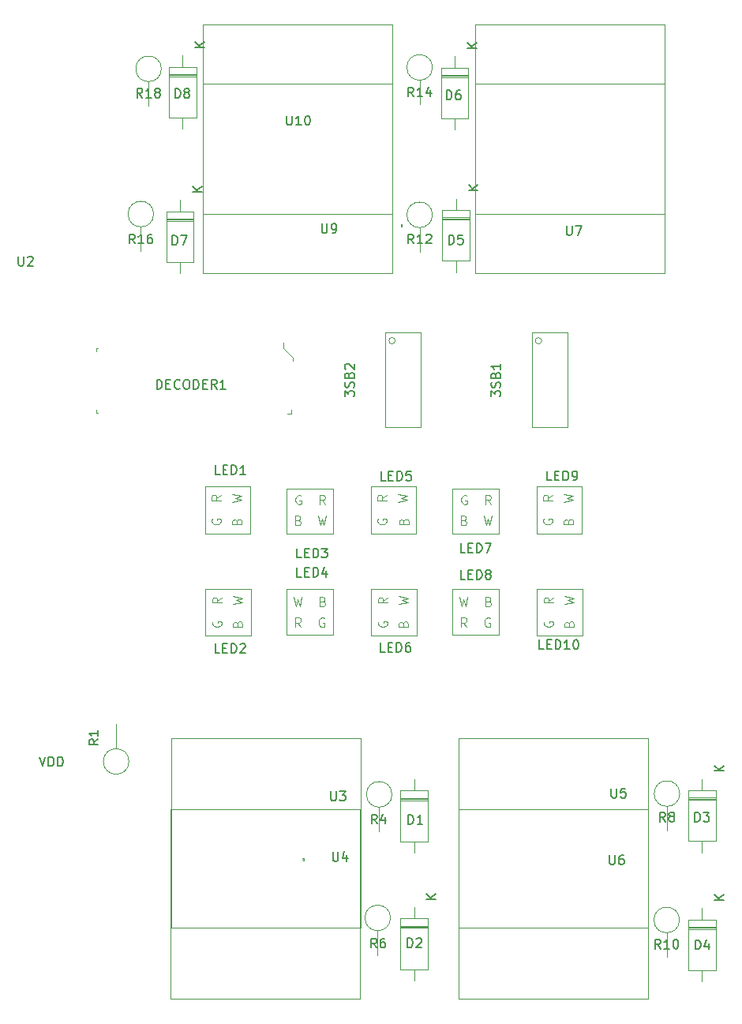
<source format=gbr>
%TF.GenerationSoftware,KiCad,Pcbnew,(5.1.7)-1*%
%TF.CreationDate,2021-02-06T18:02:14-06:00*%
%TF.ProjectId,SLEDBoard,534c4544-426f-4617-9264-2e6b69636164,v01*%
%TF.SameCoordinates,Original*%
%TF.FileFunction,Legend,Top*%
%TF.FilePolarity,Positive*%
%FSLAX46Y46*%
G04 Gerber Fmt 4.6, Leading zero omitted, Abs format (unit mm)*
G04 Created by KiCad (PCBNEW (5.1.7)-1) date 2021-02-06 18:02:14*
%MOMM*%
%LPD*%
G01*
G04 APERTURE LIST*
%ADD10C,0.025400*%
%ADD11C,0.120000*%
%ADD12C,0.100000*%
%ADD13C,0.150000*%
G04 APERTURE END LIST*
D10*
X75224666Y-89009095D02*
X75067428Y-89009095D01*
X75152095Y-88912333D01*
X75115809Y-88912333D01*
X75091619Y-88900238D01*
X75079523Y-88888142D01*
X75067428Y-88863952D01*
X75067428Y-88803476D01*
X75079523Y-88779285D01*
X75091619Y-88767190D01*
X75115809Y-88755095D01*
X75188380Y-88755095D01*
X75212571Y-88767190D01*
X75224666Y-88779285D01*
X64540333Y-156660904D02*
X64697571Y-156660904D01*
X64612904Y-156757666D01*
X64649190Y-156757666D01*
X64673380Y-156769761D01*
X64685476Y-156781857D01*
X64697571Y-156806047D01*
X64697571Y-156866523D01*
X64685476Y-156890714D01*
X64673380Y-156902809D01*
X64649190Y-156914904D01*
X64576619Y-156914904D01*
X64552428Y-156902809D01*
X64540333Y-156890714D01*
D11*
%TO.C,R18*%
X48025000Y-73420000D02*
X48025000Y-76030000D01*
X49395000Y-72050000D02*
G75*
G03*
X49395000Y-72050000I-1370000J0D01*
G01*
%TO.C,R16*%
X47200000Y-88995000D02*
X47200000Y-91605000D01*
X48570000Y-87625000D02*
G75*
G03*
X48570000Y-87625000I-1370000J0D01*
G01*
%TO.C,R14*%
X77100000Y-73270000D02*
X77100000Y-75880000D01*
X78470000Y-71900000D02*
G75*
G03*
X78470000Y-71900000I-1370000J0D01*
G01*
%TO.C,R12*%
X77100000Y-89070000D02*
X77100000Y-91680000D01*
X78470000Y-87700000D02*
G75*
G03*
X78470000Y-87700000I-1370000J0D01*
G01*
%TO.C,R10*%
X103600000Y-164695000D02*
X103600000Y-167305000D01*
X104970000Y-163325000D02*
G75*
G03*
X104970000Y-163325000I-1370000J0D01*
G01*
%TO.C,R8*%
X103625000Y-151145000D02*
X103625000Y-153755000D01*
X104995000Y-149775000D02*
G75*
G03*
X104995000Y-149775000I-1370000J0D01*
G01*
%TO.C,R6*%
X72600000Y-164470000D02*
X72600000Y-167080000D01*
X73970000Y-163100000D02*
G75*
G03*
X73970000Y-163100000I-1370000J0D01*
G01*
%TO.C,R4*%
X72759400Y-151224000D02*
X72759400Y-153834000D01*
X74129400Y-149854000D02*
G75*
G03*
X74129400Y-149854000I-1370000J0D01*
G01*
%TO.C,D8*%
X53145000Y-72615000D02*
X50205000Y-72615000D01*
X53145000Y-72855000D02*
X50205000Y-72855000D01*
X53145000Y-72735000D02*
X50205000Y-72735000D01*
X51675000Y-78495000D02*
X51675000Y-77275000D01*
X51675000Y-70615000D02*
X51675000Y-71835000D01*
X53145000Y-77275000D02*
X53145000Y-71835000D01*
X50205000Y-77275000D02*
X53145000Y-77275000D01*
X50205000Y-71835000D02*
X50205000Y-77275000D01*
X53145000Y-71835000D02*
X50205000Y-71835000D01*
%TO.C,D7*%
X52870000Y-88115000D02*
X49930000Y-88115000D01*
X52870000Y-88355000D02*
X49930000Y-88355000D01*
X52870000Y-88235000D02*
X49930000Y-88235000D01*
X51400000Y-93995000D02*
X51400000Y-92775000D01*
X51400000Y-86115000D02*
X51400000Y-87335000D01*
X52870000Y-92775000D02*
X52870000Y-87335000D01*
X49930000Y-92775000D02*
X52870000Y-92775000D01*
X49930000Y-87335000D02*
X49930000Y-92775000D01*
X52870000Y-87335000D02*
X49930000Y-87335000D01*
%TO.C,D6*%
X82320000Y-72690000D02*
X79380000Y-72690000D01*
X82320000Y-72930000D02*
X79380000Y-72930000D01*
X82320000Y-72810000D02*
X79380000Y-72810000D01*
X80850000Y-78570000D02*
X80850000Y-77350000D01*
X80850000Y-70690000D02*
X80850000Y-71910000D01*
X82320000Y-77350000D02*
X82320000Y-71910000D01*
X79380000Y-77350000D02*
X82320000Y-77350000D01*
X79380000Y-71910000D02*
X79380000Y-77350000D01*
X82320000Y-71910000D02*
X79380000Y-71910000D01*
%TO.C,D5*%
X82470000Y-87965000D02*
X79530000Y-87965000D01*
X82470000Y-88205000D02*
X79530000Y-88205000D01*
X82470000Y-88085000D02*
X79530000Y-88085000D01*
X81000000Y-93845000D02*
X81000000Y-92625000D01*
X81000000Y-85965000D02*
X81000000Y-87185000D01*
X82470000Y-92625000D02*
X82470000Y-87185000D01*
X79530000Y-92625000D02*
X82470000Y-92625000D01*
X79530000Y-87185000D02*
X79530000Y-92625000D01*
X82470000Y-87185000D02*
X79530000Y-87185000D01*
%TO.C,D4*%
X108845000Y-164065000D02*
X105905000Y-164065000D01*
X108845000Y-164305000D02*
X105905000Y-164305000D01*
X108845000Y-164185000D02*
X105905000Y-164185000D01*
X107375000Y-169945000D02*
X107375000Y-168725000D01*
X107375000Y-162065000D02*
X107375000Y-163285000D01*
X108845000Y-168725000D02*
X108845000Y-163285000D01*
X105905000Y-168725000D02*
X108845000Y-168725000D01*
X105905000Y-163285000D02*
X105905000Y-168725000D01*
X108845000Y-163285000D02*
X105905000Y-163285000D01*
%TO.C,D3*%
X108870000Y-150215000D02*
X105930000Y-150215000D01*
X108870000Y-150455000D02*
X105930000Y-150455000D01*
X108870000Y-150335000D02*
X105930000Y-150335000D01*
X107400000Y-156095000D02*
X107400000Y-154875000D01*
X107400000Y-148215000D02*
X107400000Y-149435000D01*
X108870000Y-154875000D02*
X108870000Y-149435000D01*
X105930000Y-154875000D02*
X108870000Y-154875000D01*
X105930000Y-149435000D02*
X105930000Y-154875000D01*
X108870000Y-149435000D02*
X105930000Y-149435000D01*
%TO.C,D2*%
X77970000Y-163940000D02*
X75030000Y-163940000D01*
X77970000Y-164180000D02*
X75030000Y-164180000D01*
X77970000Y-164060000D02*
X75030000Y-164060000D01*
X76500000Y-169820000D02*
X76500000Y-168600000D01*
X76500000Y-161940000D02*
X76500000Y-163160000D01*
X77970000Y-168600000D02*
X77970000Y-163160000D01*
X75030000Y-168600000D02*
X77970000Y-168600000D01*
X75030000Y-163160000D02*
X75030000Y-168600000D01*
X77970000Y-163160000D02*
X75030000Y-163160000D01*
%TO.C,D1*%
X77970000Y-149460000D02*
X75030000Y-149460000D01*
X75030000Y-149460000D02*
X75030000Y-154900000D01*
X75030000Y-154900000D02*
X77970000Y-154900000D01*
X77970000Y-154900000D02*
X77970000Y-149460000D01*
X76500000Y-148240000D02*
X76500000Y-149460000D01*
X76500000Y-156120000D02*
X76500000Y-154900000D01*
X77970000Y-150360000D02*
X75030000Y-150360000D01*
X77970000Y-150480000D02*
X75030000Y-150480000D01*
X77970000Y-150240000D02*
X75030000Y-150240000D01*
%TO.C,U10*%
X53875000Y-87640000D02*
X53875000Y-67320000D01*
X53875000Y-67320000D02*
X74195000Y-67320000D01*
X74195000Y-67320000D02*
X74195000Y-87640000D01*
X74195000Y-87640000D02*
X53875000Y-87640000D01*
%TO.C,U9*%
X53875000Y-93990000D02*
X53875000Y-73670000D01*
X53875000Y-73670000D02*
X74195000Y-73670000D01*
X74195000Y-73670000D02*
X74195000Y-93990000D01*
X74195000Y-93990000D02*
X53875000Y-93990000D01*
%TO.C,U8*%
X83085000Y-87640000D02*
X83085000Y-67320000D01*
X83085000Y-67320000D02*
X103405000Y-67320000D01*
X103405000Y-67320000D02*
X103405000Y-87640000D01*
X103405000Y-87640000D02*
X83085000Y-87640000D01*
%TO.C,U7*%
X83085000Y-93990000D02*
X83085000Y-73670000D01*
X83085000Y-73670000D02*
X103405000Y-73670000D01*
X103405000Y-73670000D02*
X103405000Y-93990000D01*
X103405000Y-93990000D02*
X83085000Y-93990000D01*
%TO.C,U6*%
X101580000Y-151485000D02*
X101580000Y-171805000D01*
X101580000Y-171805000D02*
X81260000Y-171805000D01*
X81260000Y-171805000D02*
X81260000Y-151485000D01*
X81260000Y-151485000D02*
X101580000Y-151485000D01*
%TO.C,U5*%
X101580000Y-143865000D02*
X101580000Y-164185000D01*
X101580000Y-164185000D02*
X81260000Y-164185000D01*
X81260000Y-164185000D02*
X81260000Y-143865000D01*
X81260000Y-143865000D02*
X101580000Y-143865000D01*
%TO.C,U4*%
X70740000Y-151485000D02*
X70740000Y-171805000D01*
X70740000Y-171805000D02*
X50420000Y-171805000D01*
X50420000Y-171805000D02*
X50420000Y-151485000D01*
X50420000Y-151485000D02*
X70740000Y-151485000D01*
%TO.C,U3*%
X70765000Y-143865000D02*
X70765000Y-164185000D01*
X70765000Y-164185000D02*
X50445000Y-164185000D01*
X50445000Y-164185000D02*
X50445000Y-143865000D01*
X50445000Y-143865000D02*
X70765000Y-143865000D01*
%TO.C,3SB1*%
X92940200Y-100340000D02*
X92940200Y-110500000D01*
X92940200Y-110500000D02*
X89130200Y-110500000D01*
X89130200Y-110500000D02*
X89130200Y-100340000D01*
X89130200Y-100340000D02*
X92940200Y-100340000D01*
X90182177Y-101203600D02*
G75*
G03*
X90182177Y-101203600I-340777J0D01*
G01*
%TO.C,3SB2*%
X77243000Y-100340000D02*
X77243000Y-110500000D01*
X77243000Y-110500000D02*
X73433000Y-110500000D01*
X73433000Y-110500000D02*
X73433000Y-100340000D01*
X73433000Y-100340000D02*
X77243000Y-100340000D01*
X74484977Y-101203600D02*
G75*
G03*
X74484977Y-101203600I-340777J0D01*
G01*
D12*
%TO.C,DECODER1*%
X63327200Y-109017000D02*
X63327200Y-108617000D01*
X62927200Y-109017000D02*
X63327200Y-109017000D01*
X63517200Y-103037000D02*
X62517200Y-102037000D01*
X63517200Y-103337000D02*
X63517200Y-103037000D01*
X62517200Y-102037000D02*
X62517200Y-101667000D01*
X62517200Y-101657000D02*
X62517200Y-101407000D01*
X42417200Y-108937000D02*
X42617200Y-108937000D01*
X42417200Y-108637000D02*
X42417200Y-108937000D01*
X42417200Y-102037000D02*
X42417200Y-102337000D01*
X42617200Y-102037000D02*
X42417200Y-102037000D01*
D11*
%TO.C,LED1*%
X58955000Y-116850000D02*
X58955000Y-121866500D01*
X58955000Y-121866500D02*
X54065500Y-121866500D01*
X54065500Y-121866500D02*
X54065500Y-116850000D01*
X54065500Y-116850000D02*
X58955000Y-116850000D01*
%TO.C,LED2*%
X59030000Y-127835000D02*
X59030000Y-132851500D01*
X59030000Y-132851500D02*
X54140500Y-132851500D01*
X54140500Y-132851500D02*
X54140500Y-127835000D01*
X54140500Y-127835000D02*
X59030000Y-127835000D01*
%TO.C,LED3*%
X67845000Y-121930000D02*
X62828500Y-121930000D01*
X62828500Y-121930000D02*
X62828500Y-117040500D01*
X62828500Y-117040500D02*
X67845000Y-117040500D01*
X67845000Y-117040500D02*
X67845000Y-121930000D01*
%TO.C,LED4*%
X62840000Y-127835000D02*
X67856500Y-127835000D01*
X67856500Y-127835000D02*
X67856500Y-132724500D01*
X67856500Y-132724500D02*
X62840000Y-132724500D01*
X62840000Y-132724500D02*
X62840000Y-127835000D01*
%TO.C,LED5*%
X76735000Y-116850000D02*
X76735000Y-121866500D01*
X76735000Y-121866500D02*
X71845500Y-121866500D01*
X71845500Y-121866500D02*
X71845500Y-116850000D01*
X71845500Y-116850000D02*
X76735000Y-116850000D01*
%TO.C,LED6*%
X76810000Y-127835000D02*
X76810000Y-132851500D01*
X76810000Y-132851500D02*
X71920500Y-132851500D01*
X71920500Y-132851500D02*
X71920500Y-127835000D01*
X71920500Y-127835000D02*
X76810000Y-127835000D01*
%TO.C,LED7*%
X85625000Y-121930000D02*
X80608500Y-121930000D01*
X80608500Y-121930000D02*
X80608500Y-117040500D01*
X80608500Y-117040500D02*
X85625000Y-117040500D01*
X85625000Y-117040500D02*
X85625000Y-121930000D01*
%TO.C,LED8*%
X80620000Y-127835000D02*
X85636500Y-127835000D01*
X85636500Y-127835000D02*
X85636500Y-132724500D01*
X85636500Y-132724500D02*
X80620000Y-132724500D01*
X80620000Y-132724500D02*
X80620000Y-127835000D01*
%TO.C,LED9*%
X94515000Y-116850000D02*
X94515000Y-121866500D01*
X94515000Y-121866500D02*
X89625500Y-121866500D01*
X89625500Y-121866500D02*
X89625500Y-116850000D01*
X89625500Y-116850000D02*
X94515000Y-116850000D01*
%TO.C,LED10*%
X94590000Y-127835000D02*
X94590000Y-132851500D01*
X94590000Y-132851500D02*
X89700500Y-132851500D01*
X89700500Y-132851500D02*
X89700500Y-127835000D01*
X89700500Y-127835000D02*
X94590000Y-127835000D01*
%TO.C,R1*%
X45920000Y-146325000D02*
G75*
G03*
X45920000Y-146325000I-1370000J0D01*
G01*
X44550000Y-144955000D02*
X44550000Y-142345000D01*
%TO.C,R18*%
D13*
X47357142Y-75127380D02*
X47023809Y-74651190D01*
X46785714Y-75127380D02*
X46785714Y-74127380D01*
X47166666Y-74127380D01*
X47261904Y-74175000D01*
X47309523Y-74222619D01*
X47357142Y-74317857D01*
X47357142Y-74460714D01*
X47309523Y-74555952D01*
X47261904Y-74603571D01*
X47166666Y-74651190D01*
X46785714Y-74651190D01*
X48309523Y-75127380D02*
X47738095Y-75127380D01*
X48023809Y-75127380D02*
X48023809Y-74127380D01*
X47928571Y-74270238D01*
X47833333Y-74365476D01*
X47738095Y-74413095D01*
X48880952Y-74555952D02*
X48785714Y-74508333D01*
X48738095Y-74460714D01*
X48690476Y-74365476D01*
X48690476Y-74317857D01*
X48738095Y-74222619D01*
X48785714Y-74175000D01*
X48880952Y-74127380D01*
X49071428Y-74127380D01*
X49166666Y-74175000D01*
X49214285Y-74222619D01*
X49261904Y-74317857D01*
X49261904Y-74365476D01*
X49214285Y-74460714D01*
X49166666Y-74508333D01*
X49071428Y-74555952D01*
X48880952Y-74555952D01*
X48785714Y-74603571D01*
X48738095Y-74651190D01*
X48690476Y-74746428D01*
X48690476Y-74936904D01*
X48738095Y-75032142D01*
X48785714Y-75079761D01*
X48880952Y-75127380D01*
X49071428Y-75127380D01*
X49166666Y-75079761D01*
X49214285Y-75032142D01*
X49261904Y-74936904D01*
X49261904Y-74746428D01*
X49214285Y-74651190D01*
X49166666Y-74603571D01*
X49071428Y-74555952D01*
%TO.C,R16*%
X46557142Y-90777380D02*
X46223809Y-90301190D01*
X45985714Y-90777380D02*
X45985714Y-89777380D01*
X46366666Y-89777380D01*
X46461904Y-89825000D01*
X46509523Y-89872619D01*
X46557142Y-89967857D01*
X46557142Y-90110714D01*
X46509523Y-90205952D01*
X46461904Y-90253571D01*
X46366666Y-90301190D01*
X45985714Y-90301190D01*
X47509523Y-90777380D02*
X46938095Y-90777380D01*
X47223809Y-90777380D02*
X47223809Y-89777380D01*
X47128571Y-89920238D01*
X47033333Y-90015476D01*
X46938095Y-90063095D01*
X48366666Y-89777380D02*
X48176190Y-89777380D01*
X48080952Y-89825000D01*
X48033333Y-89872619D01*
X47938095Y-90015476D01*
X47890476Y-90205952D01*
X47890476Y-90586904D01*
X47938095Y-90682142D01*
X47985714Y-90729761D01*
X48080952Y-90777380D01*
X48271428Y-90777380D01*
X48366666Y-90729761D01*
X48414285Y-90682142D01*
X48461904Y-90586904D01*
X48461904Y-90348809D01*
X48414285Y-90253571D01*
X48366666Y-90205952D01*
X48271428Y-90158333D01*
X48080952Y-90158333D01*
X47985714Y-90205952D01*
X47938095Y-90253571D01*
X47890476Y-90348809D01*
%TO.C,R14*%
X76457142Y-75027380D02*
X76123809Y-74551190D01*
X75885714Y-75027380D02*
X75885714Y-74027380D01*
X76266666Y-74027380D01*
X76361904Y-74075000D01*
X76409523Y-74122619D01*
X76457142Y-74217857D01*
X76457142Y-74360714D01*
X76409523Y-74455952D01*
X76361904Y-74503571D01*
X76266666Y-74551190D01*
X75885714Y-74551190D01*
X77409523Y-75027380D02*
X76838095Y-75027380D01*
X77123809Y-75027380D02*
X77123809Y-74027380D01*
X77028571Y-74170238D01*
X76933333Y-74265476D01*
X76838095Y-74313095D01*
X78266666Y-74360714D02*
X78266666Y-75027380D01*
X78028571Y-73979761D02*
X77790476Y-74694047D01*
X78409523Y-74694047D01*
%TO.C,R12*%
X76457142Y-90777380D02*
X76123809Y-90301190D01*
X75885714Y-90777380D02*
X75885714Y-89777380D01*
X76266666Y-89777380D01*
X76361904Y-89825000D01*
X76409523Y-89872619D01*
X76457142Y-89967857D01*
X76457142Y-90110714D01*
X76409523Y-90205952D01*
X76361904Y-90253571D01*
X76266666Y-90301190D01*
X75885714Y-90301190D01*
X77409523Y-90777380D02*
X76838095Y-90777380D01*
X77123809Y-90777380D02*
X77123809Y-89777380D01*
X77028571Y-89920238D01*
X76933333Y-90015476D01*
X76838095Y-90063095D01*
X77790476Y-89872619D02*
X77838095Y-89825000D01*
X77933333Y-89777380D01*
X78171428Y-89777380D01*
X78266666Y-89825000D01*
X78314285Y-89872619D01*
X78361904Y-89967857D01*
X78361904Y-90063095D01*
X78314285Y-90205952D01*
X77742857Y-90777380D01*
X78361904Y-90777380D01*
%TO.C,R10*%
X102957142Y-166402380D02*
X102623809Y-165926190D01*
X102385714Y-166402380D02*
X102385714Y-165402380D01*
X102766666Y-165402380D01*
X102861904Y-165450000D01*
X102909523Y-165497619D01*
X102957142Y-165592857D01*
X102957142Y-165735714D01*
X102909523Y-165830952D01*
X102861904Y-165878571D01*
X102766666Y-165926190D01*
X102385714Y-165926190D01*
X103909523Y-166402380D02*
X103338095Y-166402380D01*
X103623809Y-166402380D02*
X103623809Y-165402380D01*
X103528571Y-165545238D01*
X103433333Y-165640476D01*
X103338095Y-165688095D01*
X104528571Y-165402380D02*
X104623809Y-165402380D01*
X104719047Y-165450000D01*
X104766666Y-165497619D01*
X104814285Y-165592857D01*
X104861904Y-165783333D01*
X104861904Y-166021428D01*
X104814285Y-166211904D01*
X104766666Y-166307142D01*
X104719047Y-166354761D01*
X104623809Y-166402380D01*
X104528571Y-166402380D01*
X104433333Y-166354761D01*
X104385714Y-166307142D01*
X104338095Y-166211904D01*
X104290476Y-166021428D01*
X104290476Y-165783333D01*
X104338095Y-165592857D01*
X104385714Y-165497619D01*
X104433333Y-165450000D01*
X104528571Y-165402380D01*
%TO.C,R8*%
X103458333Y-152777380D02*
X103125000Y-152301190D01*
X102886904Y-152777380D02*
X102886904Y-151777380D01*
X103267857Y-151777380D01*
X103363095Y-151825000D01*
X103410714Y-151872619D01*
X103458333Y-151967857D01*
X103458333Y-152110714D01*
X103410714Y-152205952D01*
X103363095Y-152253571D01*
X103267857Y-152301190D01*
X102886904Y-152301190D01*
X104029761Y-152205952D02*
X103934523Y-152158333D01*
X103886904Y-152110714D01*
X103839285Y-152015476D01*
X103839285Y-151967857D01*
X103886904Y-151872619D01*
X103934523Y-151825000D01*
X104029761Y-151777380D01*
X104220238Y-151777380D01*
X104315476Y-151825000D01*
X104363095Y-151872619D01*
X104410714Y-151967857D01*
X104410714Y-152015476D01*
X104363095Y-152110714D01*
X104315476Y-152158333D01*
X104220238Y-152205952D01*
X104029761Y-152205952D01*
X103934523Y-152253571D01*
X103886904Y-152301190D01*
X103839285Y-152396428D01*
X103839285Y-152586904D01*
X103886904Y-152682142D01*
X103934523Y-152729761D01*
X104029761Y-152777380D01*
X104220238Y-152777380D01*
X104315476Y-152729761D01*
X104363095Y-152682142D01*
X104410714Y-152586904D01*
X104410714Y-152396428D01*
X104363095Y-152301190D01*
X104315476Y-152253571D01*
X104220238Y-152205952D01*
%TO.C,R6*%
X72483333Y-166302380D02*
X72150000Y-165826190D01*
X71911904Y-166302380D02*
X71911904Y-165302380D01*
X72292857Y-165302380D01*
X72388095Y-165350000D01*
X72435714Y-165397619D01*
X72483333Y-165492857D01*
X72483333Y-165635714D01*
X72435714Y-165730952D01*
X72388095Y-165778571D01*
X72292857Y-165826190D01*
X71911904Y-165826190D01*
X73340476Y-165302380D02*
X73150000Y-165302380D01*
X73054761Y-165350000D01*
X73007142Y-165397619D01*
X72911904Y-165540476D01*
X72864285Y-165730952D01*
X72864285Y-166111904D01*
X72911904Y-166207142D01*
X72959523Y-166254761D01*
X73054761Y-166302380D01*
X73245238Y-166302380D01*
X73340476Y-166254761D01*
X73388095Y-166207142D01*
X73435714Y-166111904D01*
X73435714Y-165873809D01*
X73388095Y-165778571D01*
X73340476Y-165730952D01*
X73245238Y-165683333D01*
X73054761Y-165683333D01*
X72959523Y-165730952D01*
X72911904Y-165778571D01*
X72864285Y-165873809D01*
%TO.C,R4*%
X72533333Y-153002380D02*
X72200000Y-152526190D01*
X71961904Y-153002380D02*
X71961904Y-152002380D01*
X72342857Y-152002380D01*
X72438095Y-152050000D01*
X72485714Y-152097619D01*
X72533333Y-152192857D01*
X72533333Y-152335714D01*
X72485714Y-152430952D01*
X72438095Y-152478571D01*
X72342857Y-152526190D01*
X71961904Y-152526190D01*
X73390476Y-152335714D02*
X73390476Y-153002380D01*
X73152380Y-151954761D02*
X72914285Y-152669047D01*
X73533333Y-152669047D01*
%TO.C,D8*%
X50886904Y-75177380D02*
X50886904Y-74177380D01*
X51125000Y-74177380D01*
X51267857Y-74225000D01*
X51363095Y-74320238D01*
X51410714Y-74415476D01*
X51458333Y-74605952D01*
X51458333Y-74748809D01*
X51410714Y-74939285D01*
X51363095Y-75034523D01*
X51267857Y-75129761D01*
X51125000Y-75177380D01*
X50886904Y-75177380D01*
X52029761Y-74605952D02*
X51934523Y-74558333D01*
X51886904Y-74510714D01*
X51839285Y-74415476D01*
X51839285Y-74367857D01*
X51886904Y-74272619D01*
X51934523Y-74225000D01*
X52029761Y-74177380D01*
X52220238Y-74177380D01*
X52315476Y-74225000D01*
X52363095Y-74272619D01*
X52410714Y-74367857D01*
X52410714Y-74415476D01*
X52363095Y-74510714D01*
X52315476Y-74558333D01*
X52220238Y-74605952D01*
X52029761Y-74605952D01*
X51934523Y-74653571D01*
X51886904Y-74701190D01*
X51839285Y-74796428D01*
X51839285Y-74986904D01*
X51886904Y-75082142D01*
X51934523Y-75129761D01*
X52029761Y-75177380D01*
X52220238Y-75177380D01*
X52315476Y-75129761D01*
X52363095Y-75082142D01*
X52410714Y-74986904D01*
X52410714Y-74796428D01*
X52363095Y-74701190D01*
X52315476Y-74653571D01*
X52220238Y-74605952D01*
X54027380Y-69736904D02*
X53027380Y-69736904D01*
X54027380Y-69165476D02*
X53455952Y-69594047D01*
X53027380Y-69165476D02*
X53598809Y-69736904D01*
%TO.C,D7*%
X50586904Y-90927380D02*
X50586904Y-89927380D01*
X50825000Y-89927380D01*
X50967857Y-89975000D01*
X51063095Y-90070238D01*
X51110714Y-90165476D01*
X51158333Y-90355952D01*
X51158333Y-90498809D01*
X51110714Y-90689285D01*
X51063095Y-90784523D01*
X50967857Y-90879761D01*
X50825000Y-90927380D01*
X50586904Y-90927380D01*
X51491666Y-89927380D02*
X52158333Y-89927380D01*
X51729761Y-90927380D01*
X53752380Y-85236904D02*
X52752380Y-85236904D01*
X53752380Y-84665476D02*
X53180952Y-85094047D01*
X52752380Y-84665476D02*
X53323809Y-85236904D01*
%TO.C,D6*%
X79986904Y-75352380D02*
X79986904Y-74352380D01*
X80225000Y-74352380D01*
X80367857Y-74400000D01*
X80463095Y-74495238D01*
X80510714Y-74590476D01*
X80558333Y-74780952D01*
X80558333Y-74923809D01*
X80510714Y-75114285D01*
X80463095Y-75209523D01*
X80367857Y-75304761D01*
X80225000Y-75352380D01*
X79986904Y-75352380D01*
X81415476Y-74352380D02*
X81225000Y-74352380D01*
X81129761Y-74400000D01*
X81082142Y-74447619D01*
X80986904Y-74590476D01*
X80939285Y-74780952D01*
X80939285Y-75161904D01*
X80986904Y-75257142D01*
X81034523Y-75304761D01*
X81129761Y-75352380D01*
X81320238Y-75352380D01*
X81415476Y-75304761D01*
X81463095Y-75257142D01*
X81510714Y-75161904D01*
X81510714Y-74923809D01*
X81463095Y-74828571D01*
X81415476Y-74780952D01*
X81320238Y-74733333D01*
X81129761Y-74733333D01*
X81034523Y-74780952D01*
X80986904Y-74828571D01*
X80939285Y-74923809D01*
X83202380Y-69811904D02*
X82202380Y-69811904D01*
X83202380Y-69240476D02*
X82630952Y-69669047D01*
X82202380Y-69240476D02*
X82773809Y-69811904D01*
%TO.C,D5*%
X80236904Y-90877380D02*
X80236904Y-89877380D01*
X80475000Y-89877380D01*
X80617857Y-89925000D01*
X80713095Y-90020238D01*
X80760714Y-90115476D01*
X80808333Y-90305952D01*
X80808333Y-90448809D01*
X80760714Y-90639285D01*
X80713095Y-90734523D01*
X80617857Y-90829761D01*
X80475000Y-90877380D01*
X80236904Y-90877380D01*
X81713095Y-89877380D02*
X81236904Y-89877380D01*
X81189285Y-90353571D01*
X81236904Y-90305952D01*
X81332142Y-90258333D01*
X81570238Y-90258333D01*
X81665476Y-90305952D01*
X81713095Y-90353571D01*
X81760714Y-90448809D01*
X81760714Y-90686904D01*
X81713095Y-90782142D01*
X81665476Y-90829761D01*
X81570238Y-90877380D01*
X81332142Y-90877380D01*
X81236904Y-90829761D01*
X81189285Y-90782142D01*
X83352380Y-85086904D02*
X82352380Y-85086904D01*
X83352380Y-84515476D02*
X82780952Y-84944047D01*
X82352380Y-84515476D02*
X82923809Y-85086904D01*
%TO.C,D4*%
X106661904Y-166477380D02*
X106661904Y-165477380D01*
X106900000Y-165477380D01*
X107042857Y-165525000D01*
X107138095Y-165620238D01*
X107185714Y-165715476D01*
X107233333Y-165905952D01*
X107233333Y-166048809D01*
X107185714Y-166239285D01*
X107138095Y-166334523D01*
X107042857Y-166429761D01*
X106900000Y-166477380D01*
X106661904Y-166477380D01*
X108090476Y-165810714D02*
X108090476Y-166477380D01*
X107852380Y-165429761D02*
X107614285Y-166144047D01*
X108233333Y-166144047D01*
X109727380Y-161186904D02*
X108727380Y-161186904D01*
X109727380Y-160615476D02*
X109155952Y-161044047D01*
X108727380Y-160615476D02*
X109298809Y-161186904D01*
%TO.C,D3*%
X106636904Y-152777380D02*
X106636904Y-151777380D01*
X106875000Y-151777380D01*
X107017857Y-151825000D01*
X107113095Y-151920238D01*
X107160714Y-152015476D01*
X107208333Y-152205952D01*
X107208333Y-152348809D01*
X107160714Y-152539285D01*
X107113095Y-152634523D01*
X107017857Y-152729761D01*
X106875000Y-152777380D01*
X106636904Y-152777380D01*
X107541666Y-151777380D02*
X108160714Y-151777380D01*
X107827380Y-152158333D01*
X107970238Y-152158333D01*
X108065476Y-152205952D01*
X108113095Y-152253571D01*
X108160714Y-152348809D01*
X108160714Y-152586904D01*
X108113095Y-152682142D01*
X108065476Y-152729761D01*
X107970238Y-152777380D01*
X107684523Y-152777380D01*
X107589285Y-152729761D01*
X107541666Y-152682142D01*
X109752380Y-147336904D02*
X108752380Y-147336904D01*
X109752380Y-146765476D02*
X109180952Y-147194047D01*
X108752380Y-146765476D02*
X109323809Y-147336904D01*
%TO.C,D2*%
X75786904Y-166277380D02*
X75786904Y-165277380D01*
X76025000Y-165277380D01*
X76167857Y-165325000D01*
X76263095Y-165420238D01*
X76310714Y-165515476D01*
X76358333Y-165705952D01*
X76358333Y-165848809D01*
X76310714Y-166039285D01*
X76263095Y-166134523D01*
X76167857Y-166229761D01*
X76025000Y-166277380D01*
X75786904Y-166277380D01*
X76739285Y-165372619D02*
X76786904Y-165325000D01*
X76882142Y-165277380D01*
X77120238Y-165277380D01*
X77215476Y-165325000D01*
X77263095Y-165372619D01*
X77310714Y-165467857D01*
X77310714Y-165563095D01*
X77263095Y-165705952D01*
X76691666Y-166277380D01*
X77310714Y-166277380D01*
X78852380Y-161061904D02*
X77852380Y-161061904D01*
X78852380Y-160490476D02*
X78280952Y-160919047D01*
X77852380Y-160490476D02*
X78423809Y-161061904D01*
%TO.C,D1*%
X75886904Y-153052380D02*
X75886904Y-152052380D01*
X76125000Y-152052380D01*
X76267857Y-152100000D01*
X76363095Y-152195238D01*
X76410714Y-152290476D01*
X76458333Y-152480952D01*
X76458333Y-152623809D01*
X76410714Y-152814285D01*
X76363095Y-152909523D01*
X76267857Y-153004761D01*
X76125000Y-153052380D01*
X75886904Y-153052380D01*
X77410714Y-153052380D02*
X76839285Y-153052380D01*
X77125000Y-153052380D02*
X77125000Y-152052380D01*
X77029761Y-152195238D01*
X76934523Y-152290476D01*
X76839285Y-152338095D01*
%TO.C,U10*%
X62836904Y-77077380D02*
X62836904Y-77886904D01*
X62884523Y-77982142D01*
X62932142Y-78029761D01*
X63027380Y-78077380D01*
X63217857Y-78077380D01*
X63313095Y-78029761D01*
X63360714Y-77982142D01*
X63408333Y-77886904D01*
X63408333Y-77077380D01*
X64408333Y-78077380D02*
X63836904Y-78077380D01*
X64122619Y-78077380D02*
X64122619Y-77077380D01*
X64027380Y-77220238D01*
X63932142Y-77315476D01*
X63836904Y-77363095D01*
X65027380Y-77077380D02*
X65122619Y-77077380D01*
X65217857Y-77125000D01*
X65265476Y-77172619D01*
X65313095Y-77267857D01*
X65360714Y-77458333D01*
X65360714Y-77696428D01*
X65313095Y-77886904D01*
X65265476Y-77982142D01*
X65217857Y-78029761D01*
X65122619Y-78077380D01*
X65027380Y-78077380D01*
X64932142Y-78029761D01*
X64884523Y-77982142D01*
X64836904Y-77886904D01*
X64789285Y-77696428D01*
X64789285Y-77458333D01*
X64836904Y-77267857D01*
X64884523Y-77172619D01*
X64932142Y-77125000D01*
X65027380Y-77077380D01*
%TO.C,U9*%
X66613095Y-88652380D02*
X66613095Y-89461904D01*
X66660714Y-89557142D01*
X66708333Y-89604761D01*
X66803571Y-89652380D01*
X66994047Y-89652380D01*
X67089285Y-89604761D01*
X67136904Y-89557142D01*
X67184523Y-89461904D01*
X67184523Y-88652380D01*
X67708333Y-89652380D02*
X67898809Y-89652380D01*
X67994047Y-89604761D01*
X68041666Y-89557142D01*
X68136904Y-89414285D01*
X68184523Y-89223809D01*
X68184523Y-88842857D01*
X68136904Y-88747619D01*
X68089285Y-88700000D01*
X67994047Y-88652380D01*
X67803571Y-88652380D01*
X67708333Y-88700000D01*
X67660714Y-88747619D01*
X67613095Y-88842857D01*
X67613095Y-89080952D01*
X67660714Y-89176190D01*
X67708333Y-89223809D01*
X67803571Y-89271428D01*
X67994047Y-89271428D01*
X68089285Y-89223809D01*
X68136904Y-89176190D01*
X68184523Y-89080952D01*
%TO.C,U7*%
X92863095Y-88877380D02*
X92863095Y-89686904D01*
X92910714Y-89782142D01*
X92958333Y-89829761D01*
X93053571Y-89877380D01*
X93244047Y-89877380D01*
X93339285Y-89829761D01*
X93386904Y-89782142D01*
X93434523Y-89686904D01*
X93434523Y-88877380D01*
X93815476Y-88877380D02*
X94482142Y-88877380D01*
X94053571Y-89877380D01*
%TO.C,U6*%
X97463095Y-156377380D02*
X97463095Y-157186904D01*
X97510714Y-157282142D01*
X97558333Y-157329761D01*
X97653571Y-157377380D01*
X97844047Y-157377380D01*
X97939285Y-157329761D01*
X97986904Y-157282142D01*
X98034523Y-157186904D01*
X98034523Y-156377380D01*
X98939285Y-156377380D02*
X98748809Y-156377380D01*
X98653571Y-156425000D01*
X98605952Y-156472619D01*
X98510714Y-156615476D01*
X98463095Y-156805952D01*
X98463095Y-157186904D01*
X98510714Y-157282142D01*
X98558333Y-157329761D01*
X98653571Y-157377380D01*
X98844047Y-157377380D01*
X98939285Y-157329761D01*
X98986904Y-157282142D01*
X99034523Y-157186904D01*
X99034523Y-156948809D01*
X98986904Y-156853571D01*
X98939285Y-156805952D01*
X98844047Y-156758333D01*
X98653571Y-156758333D01*
X98558333Y-156805952D01*
X98510714Y-156853571D01*
X98463095Y-156948809D01*
%TO.C,U5*%
X97663095Y-149227380D02*
X97663095Y-150036904D01*
X97710714Y-150132142D01*
X97758333Y-150179761D01*
X97853571Y-150227380D01*
X98044047Y-150227380D01*
X98139285Y-150179761D01*
X98186904Y-150132142D01*
X98234523Y-150036904D01*
X98234523Y-149227380D01*
X99186904Y-149227380D02*
X98710714Y-149227380D01*
X98663095Y-149703571D01*
X98710714Y-149655952D01*
X98805952Y-149608333D01*
X99044047Y-149608333D01*
X99139285Y-149655952D01*
X99186904Y-149703571D01*
X99234523Y-149798809D01*
X99234523Y-150036904D01*
X99186904Y-150132142D01*
X99139285Y-150179761D01*
X99044047Y-150227380D01*
X98805952Y-150227380D01*
X98710714Y-150179761D01*
X98663095Y-150132142D01*
%TO.C,U4*%
X67798095Y-156017380D02*
X67798095Y-156826904D01*
X67845714Y-156922142D01*
X67893333Y-156969761D01*
X67988571Y-157017380D01*
X68179047Y-157017380D01*
X68274285Y-156969761D01*
X68321904Y-156922142D01*
X68369523Y-156826904D01*
X68369523Y-156017380D01*
X69274285Y-156350714D02*
X69274285Y-157017380D01*
X69036190Y-155969761D02*
X68798095Y-156684047D01*
X69417142Y-156684047D01*
%TO.C,U3*%
X67563095Y-149527380D02*
X67563095Y-150336904D01*
X67610714Y-150432142D01*
X67658333Y-150479761D01*
X67753571Y-150527380D01*
X67944047Y-150527380D01*
X68039285Y-150479761D01*
X68086904Y-150432142D01*
X68134523Y-150336904D01*
X68134523Y-149527380D01*
X68515476Y-149527380D02*
X69134523Y-149527380D01*
X68801190Y-149908333D01*
X68944047Y-149908333D01*
X69039285Y-149955952D01*
X69086904Y-150003571D01*
X69134523Y-150098809D01*
X69134523Y-150336904D01*
X69086904Y-150432142D01*
X69039285Y-150479761D01*
X68944047Y-150527380D01*
X68658333Y-150527380D01*
X68563095Y-150479761D01*
X68515476Y-150432142D01*
%TO.C,3SB1*%
X84772580Y-107205714D02*
X84772580Y-106586666D01*
X85153533Y-106920000D01*
X85153533Y-106777142D01*
X85201152Y-106681904D01*
X85248771Y-106634285D01*
X85344009Y-106586666D01*
X85582104Y-106586666D01*
X85677342Y-106634285D01*
X85724961Y-106681904D01*
X85772580Y-106777142D01*
X85772580Y-107062857D01*
X85724961Y-107158095D01*
X85677342Y-107205714D01*
X85724961Y-106205714D02*
X85772580Y-106062857D01*
X85772580Y-105824761D01*
X85724961Y-105729523D01*
X85677342Y-105681904D01*
X85582104Y-105634285D01*
X85486866Y-105634285D01*
X85391628Y-105681904D01*
X85344009Y-105729523D01*
X85296390Y-105824761D01*
X85248771Y-106015238D01*
X85201152Y-106110476D01*
X85153533Y-106158095D01*
X85058295Y-106205714D01*
X84963057Y-106205714D01*
X84867819Y-106158095D01*
X84820200Y-106110476D01*
X84772580Y-106015238D01*
X84772580Y-105777142D01*
X84820200Y-105634285D01*
X85248771Y-104872380D02*
X85296390Y-104729523D01*
X85344009Y-104681904D01*
X85439247Y-104634285D01*
X85582104Y-104634285D01*
X85677342Y-104681904D01*
X85724961Y-104729523D01*
X85772580Y-104824761D01*
X85772580Y-105205714D01*
X84772580Y-105205714D01*
X84772580Y-104872380D01*
X84820200Y-104777142D01*
X84867819Y-104729523D01*
X84963057Y-104681904D01*
X85058295Y-104681904D01*
X85153533Y-104729523D01*
X85201152Y-104777142D01*
X85248771Y-104872380D01*
X85248771Y-105205714D01*
X85772580Y-103681904D02*
X85772580Y-104253333D01*
X85772580Y-103967619D02*
X84772580Y-103967619D01*
X84915438Y-104062857D01*
X85010676Y-104158095D01*
X85058295Y-104253333D01*
%TO.C,3SB2*%
X69075380Y-107205714D02*
X69075380Y-106586666D01*
X69456333Y-106920000D01*
X69456333Y-106777142D01*
X69503952Y-106681904D01*
X69551571Y-106634285D01*
X69646809Y-106586666D01*
X69884904Y-106586666D01*
X69980142Y-106634285D01*
X70027761Y-106681904D01*
X70075380Y-106777142D01*
X70075380Y-107062857D01*
X70027761Y-107158095D01*
X69980142Y-107205714D01*
X70027761Y-106205714D02*
X70075380Y-106062857D01*
X70075380Y-105824761D01*
X70027761Y-105729523D01*
X69980142Y-105681904D01*
X69884904Y-105634285D01*
X69789666Y-105634285D01*
X69694428Y-105681904D01*
X69646809Y-105729523D01*
X69599190Y-105824761D01*
X69551571Y-106015238D01*
X69503952Y-106110476D01*
X69456333Y-106158095D01*
X69361095Y-106205714D01*
X69265857Y-106205714D01*
X69170619Y-106158095D01*
X69123000Y-106110476D01*
X69075380Y-106015238D01*
X69075380Y-105777142D01*
X69123000Y-105634285D01*
X69551571Y-104872380D02*
X69599190Y-104729523D01*
X69646809Y-104681904D01*
X69742047Y-104634285D01*
X69884904Y-104634285D01*
X69980142Y-104681904D01*
X70027761Y-104729523D01*
X70075380Y-104824761D01*
X70075380Y-105205714D01*
X69075380Y-105205714D01*
X69075380Y-104872380D01*
X69123000Y-104777142D01*
X69170619Y-104729523D01*
X69265857Y-104681904D01*
X69361095Y-104681904D01*
X69456333Y-104729523D01*
X69503952Y-104777142D01*
X69551571Y-104872380D01*
X69551571Y-105205714D01*
X69170619Y-104253333D02*
X69123000Y-104205714D01*
X69075380Y-104110476D01*
X69075380Y-103872380D01*
X69123000Y-103777142D01*
X69170619Y-103729523D01*
X69265857Y-103681904D01*
X69361095Y-103681904D01*
X69503952Y-103729523D01*
X70075380Y-104300952D01*
X70075380Y-103681904D01*
%TO.C,DECODER1*%
X48908333Y-106377380D02*
X48908333Y-105377380D01*
X49146428Y-105377380D01*
X49289285Y-105425000D01*
X49384523Y-105520238D01*
X49432142Y-105615476D01*
X49479761Y-105805952D01*
X49479761Y-105948809D01*
X49432142Y-106139285D01*
X49384523Y-106234523D01*
X49289285Y-106329761D01*
X49146428Y-106377380D01*
X48908333Y-106377380D01*
X49908333Y-105853571D02*
X50241666Y-105853571D01*
X50384523Y-106377380D02*
X49908333Y-106377380D01*
X49908333Y-105377380D01*
X50384523Y-105377380D01*
X51384523Y-106282142D02*
X51336904Y-106329761D01*
X51194047Y-106377380D01*
X51098809Y-106377380D01*
X50955952Y-106329761D01*
X50860714Y-106234523D01*
X50813095Y-106139285D01*
X50765476Y-105948809D01*
X50765476Y-105805952D01*
X50813095Y-105615476D01*
X50860714Y-105520238D01*
X50955952Y-105425000D01*
X51098809Y-105377380D01*
X51194047Y-105377380D01*
X51336904Y-105425000D01*
X51384523Y-105472619D01*
X52003571Y-105377380D02*
X52194047Y-105377380D01*
X52289285Y-105425000D01*
X52384523Y-105520238D01*
X52432142Y-105710714D01*
X52432142Y-106044047D01*
X52384523Y-106234523D01*
X52289285Y-106329761D01*
X52194047Y-106377380D01*
X52003571Y-106377380D01*
X51908333Y-106329761D01*
X51813095Y-106234523D01*
X51765476Y-106044047D01*
X51765476Y-105710714D01*
X51813095Y-105520238D01*
X51908333Y-105425000D01*
X52003571Y-105377380D01*
X52860714Y-106377380D02*
X52860714Y-105377380D01*
X53098809Y-105377380D01*
X53241666Y-105425000D01*
X53336904Y-105520238D01*
X53384523Y-105615476D01*
X53432142Y-105805952D01*
X53432142Y-105948809D01*
X53384523Y-106139285D01*
X53336904Y-106234523D01*
X53241666Y-106329761D01*
X53098809Y-106377380D01*
X52860714Y-106377380D01*
X53860714Y-105853571D02*
X54194047Y-105853571D01*
X54336904Y-106377380D02*
X53860714Y-106377380D01*
X53860714Y-105377380D01*
X54336904Y-105377380D01*
X55336904Y-106377380D02*
X55003571Y-105901190D01*
X54765476Y-106377380D02*
X54765476Y-105377380D01*
X55146428Y-105377380D01*
X55241666Y-105425000D01*
X55289285Y-105472619D01*
X55336904Y-105567857D01*
X55336904Y-105710714D01*
X55289285Y-105805952D01*
X55241666Y-105853571D01*
X55146428Y-105901190D01*
X54765476Y-105901190D01*
X56289285Y-106377380D02*
X55717857Y-106377380D01*
X56003571Y-106377380D02*
X56003571Y-105377380D01*
X55908333Y-105520238D01*
X55813095Y-105615476D01*
X55717857Y-105663095D01*
%TO.C,LED1*%
X55680952Y-115552380D02*
X55204761Y-115552380D01*
X55204761Y-114552380D01*
X56014285Y-115028571D02*
X56347619Y-115028571D01*
X56490476Y-115552380D02*
X56014285Y-115552380D01*
X56014285Y-114552380D01*
X56490476Y-114552380D01*
X56919047Y-115552380D02*
X56919047Y-114552380D01*
X57157142Y-114552380D01*
X57300000Y-114600000D01*
X57395238Y-114695238D01*
X57442857Y-114790476D01*
X57490476Y-114980952D01*
X57490476Y-115123809D01*
X57442857Y-115314285D01*
X57395238Y-115409523D01*
X57300000Y-115504761D01*
X57157142Y-115552380D01*
X56919047Y-115552380D01*
X58442857Y-115552380D02*
X57871428Y-115552380D01*
X58157142Y-115552380D02*
X58157142Y-114552380D01*
X58061904Y-114695238D01*
X57966666Y-114790476D01*
X57871428Y-114838095D01*
D12*
X57486571Y-120588571D02*
X57534190Y-120445714D01*
X57581809Y-120398095D01*
X57677047Y-120350476D01*
X57819904Y-120350476D01*
X57915142Y-120398095D01*
X57962761Y-120445714D01*
X58010380Y-120540952D01*
X58010380Y-120921904D01*
X57010380Y-120921904D01*
X57010380Y-120588571D01*
X57058000Y-120493333D01*
X57105619Y-120445714D01*
X57200857Y-120398095D01*
X57296095Y-120398095D01*
X57391333Y-120445714D01*
X57438952Y-120493333D01*
X57486571Y-120588571D01*
X57486571Y-120921904D01*
X57010380Y-118485071D02*
X58010380Y-118246976D01*
X57296095Y-118056500D01*
X58010380Y-117866023D01*
X57010380Y-117627928D01*
X54835500Y-120334595D02*
X54787880Y-120429833D01*
X54787880Y-120572690D01*
X54835500Y-120715547D01*
X54930738Y-120810785D01*
X55025976Y-120858404D01*
X55216452Y-120906023D01*
X55359309Y-120906023D01*
X55549785Y-120858404D01*
X55645023Y-120810785D01*
X55740261Y-120715547D01*
X55787880Y-120572690D01*
X55787880Y-120477452D01*
X55740261Y-120334595D01*
X55692642Y-120286976D01*
X55359309Y-120286976D01*
X55359309Y-120477452D01*
X55787880Y-117746976D02*
X55311690Y-118080309D01*
X55787880Y-118318404D02*
X54787880Y-118318404D01*
X54787880Y-117937452D01*
X54835500Y-117842214D01*
X54883119Y-117794595D01*
X54978357Y-117746976D01*
X55121214Y-117746976D01*
X55216452Y-117794595D01*
X55264071Y-117842214D01*
X55311690Y-117937452D01*
X55311690Y-118318404D01*
%TO.C,LED2*%
D13*
X55655952Y-134702380D02*
X55179761Y-134702380D01*
X55179761Y-133702380D01*
X55989285Y-134178571D02*
X56322619Y-134178571D01*
X56465476Y-134702380D02*
X55989285Y-134702380D01*
X55989285Y-133702380D01*
X56465476Y-133702380D01*
X56894047Y-134702380D02*
X56894047Y-133702380D01*
X57132142Y-133702380D01*
X57275000Y-133750000D01*
X57370238Y-133845238D01*
X57417857Y-133940476D01*
X57465476Y-134130952D01*
X57465476Y-134273809D01*
X57417857Y-134464285D01*
X57370238Y-134559523D01*
X57275000Y-134654761D01*
X57132142Y-134702380D01*
X56894047Y-134702380D01*
X57846428Y-133797619D02*
X57894047Y-133750000D01*
X57989285Y-133702380D01*
X58227380Y-133702380D01*
X58322619Y-133750000D01*
X58370238Y-133797619D01*
X58417857Y-133892857D01*
X58417857Y-133988095D01*
X58370238Y-134130952D01*
X57798809Y-134702380D01*
X58417857Y-134702380D01*
D12*
X57561571Y-131573571D02*
X57609190Y-131430714D01*
X57656809Y-131383095D01*
X57752047Y-131335476D01*
X57894904Y-131335476D01*
X57990142Y-131383095D01*
X58037761Y-131430714D01*
X58085380Y-131525952D01*
X58085380Y-131906904D01*
X57085380Y-131906904D01*
X57085380Y-131573571D01*
X57133000Y-131478333D01*
X57180619Y-131430714D01*
X57275857Y-131383095D01*
X57371095Y-131383095D01*
X57466333Y-131430714D01*
X57513952Y-131478333D01*
X57561571Y-131573571D01*
X57561571Y-131906904D01*
X57085380Y-129470071D02*
X58085380Y-129231976D01*
X57371095Y-129041500D01*
X58085380Y-128851023D01*
X57085380Y-128612928D01*
X54910500Y-131319595D02*
X54862880Y-131414833D01*
X54862880Y-131557690D01*
X54910500Y-131700547D01*
X55005738Y-131795785D01*
X55100976Y-131843404D01*
X55291452Y-131891023D01*
X55434309Y-131891023D01*
X55624785Y-131843404D01*
X55720023Y-131795785D01*
X55815261Y-131700547D01*
X55862880Y-131557690D01*
X55862880Y-131462452D01*
X55815261Y-131319595D01*
X55767642Y-131271976D01*
X55434309Y-131271976D01*
X55434309Y-131462452D01*
X55862880Y-128731976D02*
X55386690Y-129065309D01*
X55862880Y-129303404D02*
X54862880Y-129303404D01*
X54862880Y-128922452D01*
X54910500Y-128827214D01*
X54958119Y-128779595D01*
X55053357Y-128731976D01*
X55196214Y-128731976D01*
X55291452Y-128779595D01*
X55339071Y-128827214D01*
X55386690Y-128922452D01*
X55386690Y-129303404D01*
%TO.C,LED3*%
D13*
X64430952Y-124477380D02*
X63954761Y-124477380D01*
X63954761Y-123477380D01*
X64764285Y-123953571D02*
X65097619Y-123953571D01*
X65240476Y-124477380D02*
X64764285Y-124477380D01*
X64764285Y-123477380D01*
X65240476Y-123477380D01*
X65669047Y-124477380D02*
X65669047Y-123477380D01*
X65907142Y-123477380D01*
X66050000Y-123525000D01*
X66145238Y-123620238D01*
X66192857Y-123715476D01*
X66240476Y-123905952D01*
X66240476Y-124048809D01*
X66192857Y-124239285D01*
X66145238Y-124334523D01*
X66050000Y-124429761D01*
X65907142Y-124477380D01*
X65669047Y-124477380D01*
X66573809Y-123477380D02*
X67192857Y-123477380D01*
X66859523Y-123858333D01*
X67002380Y-123858333D01*
X67097619Y-123905952D01*
X67145238Y-123953571D01*
X67192857Y-124048809D01*
X67192857Y-124286904D01*
X67145238Y-124382142D01*
X67097619Y-124429761D01*
X67002380Y-124477380D01*
X66716666Y-124477380D01*
X66621428Y-124429761D01*
X66573809Y-124382142D01*
D12*
X64106428Y-120461571D02*
X64249285Y-120509190D01*
X64296904Y-120556809D01*
X64344523Y-120652047D01*
X64344523Y-120794904D01*
X64296904Y-120890142D01*
X64249285Y-120937761D01*
X64154047Y-120985380D01*
X63773095Y-120985380D01*
X63773095Y-119985380D01*
X64106428Y-119985380D01*
X64201666Y-120033000D01*
X64249285Y-120080619D01*
X64296904Y-120175857D01*
X64296904Y-120271095D01*
X64249285Y-120366333D01*
X64201666Y-120413952D01*
X64106428Y-120461571D01*
X63773095Y-120461571D01*
X66209928Y-119985380D02*
X66448023Y-120985380D01*
X66638500Y-120271095D01*
X66828976Y-120985380D01*
X67067071Y-119985380D01*
X64360404Y-117810500D02*
X64265166Y-117762880D01*
X64122309Y-117762880D01*
X63979452Y-117810500D01*
X63884214Y-117905738D01*
X63836595Y-118000976D01*
X63788976Y-118191452D01*
X63788976Y-118334309D01*
X63836595Y-118524785D01*
X63884214Y-118620023D01*
X63979452Y-118715261D01*
X64122309Y-118762880D01*
X64217547Y-118762880D01*
X64360404Y-118715261D01*
X64408023Y-118667642D01*
X64408023Y-118334309D01*
X64217547Y-118334309D01*
X66948023Y-118762880D02*
X66614690Y-118286690D01*
X66376595Y-118762880D02*
X66376595Y-117762880D01*
X66757547Y-117762880D01*
X66852785Y-117810500D01*
X66900404Y-117858119D01*
X66948023Y-117953357D01*
X66948023Y-118096214D01*
X66900404Y-118191452D01*
X66852785Y-118239071D01*
X66757547Y-118286690D01*
X66376595Y-118286690D01*
%TO.C,LED4*%
D13*
X64430952Y-126527380D02*
X63954761Y-126527380D01*
X63954761Y-125527380D01*
X64764285Y-126003571D02*
X65097619Y-126003571D01*
X65240476Y-126527380D02*
X64764285Y-126527380D01*
X64764285Y-125527380D01*
X65240476Y-125527380D01*
X65669047Y-126527380D02*
X65669047Y-125527380D01*
X65907142Y-125527380D01*
X66050000Y-125575000D01*
X66145238Y-125670238D01*
X66192857Y-125765476D01*
X66240476Y-125955952D01*
X66240476Y-126098809D01*
X66192857Y-126289285D01*
X66145238Y-126384523D01*
X66050000Y-126479761D01*
X65907142Y-126527380D01*
X65669047Y-126527380D01*
X67097619Y-125860714D02*
X67097619Y-126527380D01*
X66859523Y-125479761D02*
X66621428Y-126194047D01*
X67240476Y-126194047D01*
D12*
X66721428Y-129160571D02*
X66864285Y-129208190D01*
X66911904Y-129255809D01*
X66959523Y-129351047D01*
X66959523Y-129493904D01*
X66911904Y-129589142D01*
X66864285Y-129636761D01*
X66769047Y-129684380D01*
X66388095Y-129684380D01*
X66388095Y-128684380D01*
X66721428Y-128684380D01*
X66816666Y-128732000D01*
X66864285Y-128779619D01*
X66911904Y-128874857D01*
X66911904Y-128970095D01*
X66864285Y-129065333D01*
X66816666Y-129112952D01*
X66721428Y-129160571D01*
X66388095Y-129160571D01*
X63617928Y-128684380D02*
X63856023Y-129684380D01*
X64046500Y-128970095D01*
X64236976Y-129684380D01*
X64475071Y-128684380D01*
X66848404Y-130954500D02*
X66753166Y-130906880D01*
X66610309Y-130906880D01*
X66467452Y-130954500D01*
X66372214Y-131049738D01*
X66324595Y-131144976D01*
X66276976Y-131335452D01*
X66276976Y-131478309D01*
X66324595Y-131668785D01*
X66372214Y-131764023D01*
X66467452Y-131859261D01*
X66610309Y-131906880D01*
X66705547Y-131906880D01*
X66848404Y-131859261D01*
X66896023Y-131811642D01*
X66896023Y-131478309D01*
X66705547Y-131478309D01*
X64356023Y-131906880D02*
X64022690Y-131430690D01*
X63784595Y-131906880D02*
X63784595Y-130906880D01*
X64165547Y-130906880D01*
X64260785Y-130954500D01*
X64308404Y-131002119D01*
X64356023Y-131097357D01*
X64356023Y-131240214D01*
X64308404Y-131335452D01*
X64260785Y-131383071D01*
X64165547Y-131430690D01*
X63784595Y-131430690D01*
%TO.C,LED5*%
D13*
X73455952Y-116202380D02*
X72979761Y-116202380D01*
X72979761Y-115202380D01*
X73789285Y-115678571D02*
X74122619Y-115678571D01*
X74265476Y-116202380D02*
X73789285Y-116202380D01*
X73789285Y-115202380D01*
X74265476Y-115202380D01*
X74694047Y-116202380D02*
X74694047Y-115202380D01*
X74932142Y-115202380D01*
X75075000Y-115250000D01*
X75170238Y-115345238D01*
X75217857Y-115440476D01*
X75265476Y-115630952D01*
X75265476Y-115773809D01*
X75217857Y-115964285D01*
X75170238Y-116059523D01*
X75075000Y-116154761D01*
X74932142Y-116202380D01*
X74694047Y-116202380D01*
X76170238Y-115202380D02*
X75694047Y-115202380D01*
X75646428Y-115678571D01*
X75694047Y-115630952D01*
X75789285Y-115583333D01*
X76027380Y-115583333D01*
X76122619Y-115630952D01*
X76170238Y-115678571D01*
X76217857Y-115773809D01*
X76217857Y-116011904D01*
X76170238Y-116107142D01*
X76122619Y-116154761D01*
X76027380Y-116202380D01*
X75789285Y-116202380D01*
X75694047Y-116154761D01*
X75646428Y-116107142D01*
D12*
X75393571Y-120588571D02*
X75441190Y-120445714D01*
X75488809Y-120398095D01*
X75584047Y-120350476D01*
X75726904Y-120350476D01*
X75822142Y-120398095D01*
X75869761Y-120445714D01*
X75917380Y-120540952D01*
X75917380Y-120921904D01*
X74917380Y-120921904D01*
X74917380Y-120588571D01*
X74965000Y-120493333D01*
X75012619Y-120445714D01*
X75107857Y-120398095D01*
X75203095Y-120398095D01*
X75298333Y-120445714D01*
X75345952Y-120493333D01*
X75393571Y-120588571D01*
X75393571Y-120921904D01*
X74790380Y-118485071D02*
X75790380Y-118246976D01*
X75076095Y-118056500D01*
X75790380Y-117866023D01*
X74790380Y-117627928D01*
X72615500Y-120334595D02*
X72567880Y-120429833D01*
X72567880Y-120572690D01*
X72615500Y-120715547D01*
X72710738Y-120810785D01*
X72805976Y-120858404D01*
X72996452Y-120906023D01*
X73139309Y-120906023D01*
X73329785Y-120858404D01*
X73425023Y-120810785D01*
X73520261Y-120715547D01*
X73567880Y-120572690D01*
X73567880Y-120477452D01*
X73520261Y-120334595D01*
X73472642Y-120286976D01*
X73139309Y-120286976D01*
X73139309Y-120477452D01*
X73567880Y-117746976D02*
X73091690Y-118080309D01*
X73567880Y-118318404D02*
X72567880Y-118318404D01*
X72567880Y-117937452D01*
X72615500Y-117842214D01*
X72663119Y-117794595D01*
X72758357Y-117746976D01*
X72901214Y-117746976D01*
X72996452Y-117794595D01*
X73044071Y-117842214D01*
X73091690Y-117937452D01*
X73091690Y-118318404D01*
%TO.C,LED6*%
D13*
X73380952Y-134577380D02*
X72904761Y-134577380D01*
X72904761Y-133577380D01*
X73714285Y-134053571D02*
X74047619Y-134053571D01*
X74190476Y-134577380D02*
X73714285Y-134577380D01*
X73714285Y-133577380D01*
X74190476Y-133577380D01*
X74619047Y-134577380D02*
X74619047Y-133577380D01*
X74857142Y-133577380D01*
X75000000Y-133625000D01*
X75095238Y-133720238D01*
X75142857Y-133815476D01*
X75190476Y-134005952D01*
X75190476Y-134148809D01*
X75142857Y-134339285D01*
X75095238Y-134434523D01*
X75000000Y-134529761D01*
X74857142Y-134577380D01*
X74619047Y-134577380D01*
X76047619Y-133577380D02*
X75857142Y-133577380D01*
X75761904Y-133625000D01*
X75714285Y-133672619D01*
X75619047Y-133815476D01*
X75571428Y-134005952D01*
X75571428Y-134386904D01*
X75619047Y-134482142D01*
X75666666Y-134529761D01*
X75761904Y-134577380D01*
X75952380Y-134577380D01*
X76047619Y-134529761D01*
X76095238Y-134482142D01*
X76142857Y-134386904D01*
X76142857Y-134148809D01*
X76095238Y-134053571D01*
X76047619Y-134005952D01*
X75952380Y-133958333D01*
X75761904Y-133958333D01*
X75666666Y-134005952D01*
X75619047Y-134053571D01*
X75571428Y-134148809D01*
D12*
X75341571Y-131573571D02*
X75389190Y-131430714D01*
X75436809Y-131383095D01*
X75532047Y-131335476D01*
X75674904Y-131335476D01*
X75770142Y-131383095D01*
X75817761Y-131430714D01*
X75865380Y-131525952D01*
X75865380Y-131906904D01*
X74865380Y-131906904D01*
X74865380Y-131573571D01*
X74913000Y-131478333D01*
X74960619Y-131430714D01*
X75055857Y-131383095D01*
X75151095Y-131383095D01*
X75246333Y-131430714D01*
X75293952Y-131478333D01*
X75341571Y-131573571D01*
X75341571Y-131906904D01*
X74865380Y-129470071D02*
X75865380Y-129231976D01*
X75151095Y-129041500D01*
X75865380Y-128851023D01*
X74865380Y-128612928D01*
X72690500Y-131319595D02*
X72642880Y-131414833D01*
X72642880Y-131557690D01*
X72690500Y-131700547D01*
X72785738Y-131795785D01*
X72880976Y-131843404D01*
X73071452Y-131891023D01*
X73214309Y-131891023D01*
X73404785Y-131843404D01*
X73500023Y-131795785D01*
X73595261Y-131700547D01*
X73642880Y-131557690D01*
X73642880Y-131462452D01*
X73595261Y-131319595D01*
X73547642Y-131271976D01*
X73214309Y-131271976D01*
X73214309Y-131462452D01*
X73642880Y-128731976D02*
X73166690Y-129065309D01*
X73642880Y-129303404D02*
X72642880Y-129303404D01*
X72642880Y-128922452D01*
X72690500Y-128827214D01*
X72738119Y-128779595D01*
X72833357Y-128731976D01*
X72976214Y-128731976D01*
X73071452Y-128779595D01*
X73119071Y-128827214D01*
X73166690Y-128922452D01*
X73166690Y-129303404D01*
%TO.C,LED7*%
D13*
X81980952Y-123927380D02*
X81504761Y-123927380D01*
X81504761Y-122927380D01*
X82314285Y-123403571D02*
X82647619Y-123403571D01*
X82790476Y-123927380D02*
X82314285Y-123927380D01*
X82314285Y-122927380D01*
X82790476Y-122927380D01*
X83219047Y-123927380D02*
X83219047Y-122927380D01*
X83457142Y-122927380D01*
X83600000Y-122975000D01*
X83695238Y-123070238D01*
X83742857Y-123165476D01*
X83790476Y-123355952D01*
X83790476Y-123498809D01*
X83742857Y-123689285D01*
X83695238Y-123784523D01*
X83600000Y-123879761D01*
X83457142Y-123927380D01*
X83219047Y-123927380D01*
X84123809Y-122927380D02*
X84790476Y-122927380D01*
X84361904Y-123927380D01*
D12*
X81886428Y-120461571D02*
X82029285Y-120509190D01*
X82076904Y-120556809D01*
X82124523Y-120652047D01*
X82124523Y-120794904D01*
X82076904Y-120890142D01*
X82029285Y-120937761D01*
X81934047Y-120985380D01*
X81553095Y-120985380D01*
X81553095Y-119985380D01*
X81886428Y-119985380D01*
X81981666Y-120033000D01*
X82029285Y-120080619D01*
X82076904Y-120175857D01*
X82076904Y-120271095D01*
X82029285Y-120366333D01*
X81981666Y-120413952D01*
X81886428Y-120461571D01*
X81553095Y-120461571D01*
X83989928Y-119985380D02*
X84228023Y-120985380D01*
X84418500Y-120271095D01*
X84608976Y-120985380D01*
X84847071Y-119985380D01*
X82140404Y-117810500D02*
X82045166Y-117762880D01*
X81902309Y-117762880D01*
X81759452Y-117810500D01*
X81664214Y-117905738D01*
X81616595Y-118000976D01*
X81568976Y-118191452D01*
X81568976Y-118334309D01*
X81616595Y-118524785D01*
X81664214Y-118620023D01*
X81759452Y-118715261D01*
X81902309Y-118762880D01*
X81997547Y-118762880D01*
X82140404Y-118715261D01*
X82188023Y-118667642D01*
X82188023Y-118334309D01*
X81997547Y-118334309D01*
X84728023Y-118762880D02*
X84394690Y-118286690D01*
X84156595Y-118762880D02*
X84156595Y-117762880D01*
X84537547Y-117762880D01*
X84632785Y-117810500D01*
X84680404Y-117858119D01*
X84728023Y-117953357D01*
X84728023Y-118096214D01*
X84680404Y-118191452D01*
X84632785Y-118239071D01*
X84537547Y-118286690D01*
X84156595Y-118286690D01*
%TO.C,LED8*%
D13*
X81980952Y-126777380D02*
X81504761Y-126777380D01*
X81504761Y-125777380D01*
X82314285Y-126253571D02*
X82647619Y-126253571D01*
X82790476Y-126777380D02*
X82314285Y-126777380D01*
X82314285Y-125777380D01*
X82790476Y-125777380D01*
X83219047Y-126777380D02*
X83219047Y-125777380D01*
X83457142Y-125777380D01*
X83600000Y-125825000D01*
X83695238Y-125920238D01*
X83742857Y-126015476D01*
X83790476Y-126205952D01*
X83790476Y-126348809D01*
X83742857Y-126539285D01*
X83695238Y-126634523D01*
X83600000Y-126729761D01*
X83457142Y-126777380D01*
X83219047Y-126777380D01*
X84361904Y-126205952D02*
X84266666Y-126158333D01*
X84219047Y-126110714D01*
X84171428Y-126015476D01*
X84171428Y-125967857D01*
X84219047Y-125872619D01*
X84266666Y-125825000D01*
X84361904Y-125777380D01*
X84552380Y-125777380D01*
X84647619Y-125825000D01*
X84695238Y-125872619D01*
X84742857Y-125967857D01*
X84742857Y-126015476D01*
X84695238Y-126110714D01*
X84647619Y-126158333D01*
X84552380Y-126205952D01*
X84361904Y-126205952D01*
X84266666Y-126253571D01*
X84219047Y-126301190D01*
X84171428Y-126396428D01*
X84171428Y-126586904D01*
X84219047Y-126682142D01*
X84266666Y-126729761D01*
X84361904Y-126777380D01*
X84552380Y-126777380D01*
X84647619Y-126729761D01*
X84695238Y-126682142D01*
X84742857Y-126586904D01*
X84742857Y-126396428D01*
X84695238Y-126301190D01*
X84647619Y-126253571D01*
X84552380Y-126205952D01*
D12*
X84501428Y-129160571D02*
X84644285Y-129208190D01*
X84691904Y-129255809D01*
X84739523Y-129351047D01*
X84739523Y-129493904D01*
X84691904Y-129589142D01*
X84644285Y-129636761D01*
X84549047Y-129684380D01*
X84168095Y-129684380D01*
X84168095Y-128684380D01*
X84501428Y-128684380D01*
X84596666Y-128732000D01*
X84644285Y-128779619D01*
X84691904Y-128874857D01*
X84691904Y-128970095D01*
X84644285Y-129065333D01*
X84596666Y-129112952D01*
X84501428Y-129160571D01*
X84168095Y-129160571D01*
X81397928Y-128684380D02*
X81636023Y-129684380D01*
X81826500Y-128970095D01*
X82016976Y-129684380D01*
X82255071Y-128684380D01*
X84628404Y-130954500D02*
X84533166Y-130906880D01*
X84390309Y-130906880D01*
X84247452Y-130954500D01*
X84152214Y-131049738D01*
X84104595Y-131144976D01*
X84056976Y-131335452D01*
X84056976Y-131478309D01*
X84104595Y-131668785D01*
X84152214Y-131764023D01*
X84247452Y-131859261D01*
X84390309Y-131906880D01*
X84485547Y-131906880D01*
X84628404Y-131859261D01*
X84676023Y-131811642D01*
X84676023Y-131478309D01*
X84485547Y-131478309D01*
X82136023Y-131906880D02*
X81802690Y-131430690D01*
X81564595Y-131906880D02*
X81564595Y-130906880D01*
X81945547Y-130906880D01*
X82040785Y-130954500D01*
X82088404Y-131002119D01*
X82136023Y-131097357D01*
X82136023Y-131240214D01*
X82088404Y-131335452D01*
X82040785Y-131383071D01*
X81945547Y-131430690D01*
X81564595Y-131430690D01*
%TO.C,LED9*%
D13*
X91255952Y-116177380D02*
X90779761Y-116177380D01*
X90779761Y-115177380D01*
X91589285Y-115653571D02*
X91922619Y-115653571D01*
X92065476Y-116177380D02*
X91589285Y-116177380D01*
X91589285Y-115177380D01*
X92065476Y-115177380D01*
X92494047Y-116177380D02*
X92494047Y-115177380D01*
X92732142Y-115177380D01*
X92875000Y-115225000D01*
X92970238Y-115320238D01*
X93017857Y-115415476D01*
X93065476Y-115605952D01*
X93065476Y-115748809D01*
X93017857Y-115939285D01*
X92970238Y-116034523D01*
X92875000Y-116129761D01*
X92732142Y-116177380D01*
X92494047Y-116177380D01*
X93541666Y-116177380D02*
X93732142Y-116177380D01*
X93827380Y-116129761D01*
X93875000Y-116082142D01*
X93970238Y-115939285D01*
X94017857Y-115748809D01*
X94017857Y-115367857D01*
X93970238Y-115272619D01*
X93922619Y-115225000D01*
X93827380Y-115177380D01*
X93636904Y-115177380D01*
X93541666Y-115225000D01*
X93494047Y-115272619D01*
X93446428Y-115367857D01*
X93446428Y-115605952D01*
X93494047Y-115701190D01*
X93541666Y-115748809D01*
X93636904Y-115796428D01*
X93827380Y-115796428D01*
X93922619Y-115748809D01*
X93970238Y-115701190D01*
X94017857Y-115605952D01*
D12*
X93046571Y-120588571D02*
X93094190Y-120445714D01*
X93141809Y-120398095D01*
X93237047Y-120350476D01*
X93379904Y-120350476D01*
X93475142Y-120398095D01*
X93522761Y-120445714D01*
X93570380Y-120540952D01*
X93570380Y-120921904D01*
X92570380Y-120921904D01*
X92570380Y-120588571D01*
X92618000Y-120493333D01*
X92665619Y-120445714D01*
X92760857Y-120398095D01*
X92856095Y-120398095D01*
X92951333Y-120445714D01*
X92998952Y-120493333D01*
X93046571Y-120588571D01*
X93046571Y-120921904D01*
X92570380Y-118485071D02*
X93570380Y-118246976D01*
X92856095Y-118056500D01*
X93570380Y-117866023D01*
X92570380Y-117627928D01*
X90395500Y-120334595D02*
X90347880Y-120429833D01*
X90347880Y-120572690D01*
X90395500Y-120715547D01*
X90490738Y-120810785D01*
X90585976Y-120858404D01*
X90776452Y-120906023D01*
X90919309Y-120906023D01*
X91109785Y-120858404D01*
X91205023Y-120810785D01*
X91300261Y-120715547D01*
X91347880Y-120572690D01*
X91347880Y-120477452D01*
X91300261Y-120334595D01*
X91252642Y-120286976D01*
X90919309Y-120286976D01*
X90919309Y-120477452D01*
X91347880Y-117746976D02*
X90871690Y-118080309D01*
X91347880Y-118318404D02*
X90347880Y-118318404D01*
X90347880Y-117937452D01*
X90395500Y-117842214D01*
X90443119Y-117794595D01*
X90538357Y-117746976D01*
X90681214Y-117746976D01*
X90776452Y-117794595D01*
X90824071Y-117842214D01*
X90871690Y-117937452D01*
X90871690Y-118318404D01*
%TO.C,LED10*%
D13*
X90429761Y-134277380D02*
X89953571Y-134277380D01*
X89953571Y-133277380D01*
X90763095Y-133753571D02*
X91096428Y-133753571D01*
X91239285Y-134277380D02*
X90763095Y-134277380D01*
X90763095Y-133277380D01*
X91239285Y-133277380D01*
X91667857Y-134277380D02*
X91667857Y-133277380D01*
X91905952Y-133277380D01*
X92048809Y-133325000D01*
X92144047Y-133420238D01*
X92191666Y-133515476D01*
X92239285Y-133705952D01*
X92239285Y-133848809D01*
X92191666Y-134039285D01*
X92144047Y-134134523D01*
X92048809Y-134229761D01*
X91905952Y-134277380D01*
X91667857Y-134277380D01*
X93191666Y-134277380D02*
X92620238Y-134277380D01*
X92905952Y-134277380D02*
X92905952Y-133277380D01*
X92810714Y-133420238D01*
X92715476Y-133515476D01*
X92620238Y-133563095D01*
X93810714Y-133277380D02*
X93905952Y-133277380D01*
X94001190Y-133325000D01*
X94048809Y-133372619D01*
X94096428Y-133467857D01*
X94144047Y-133658333D01*
X94144047Y-133896428D01*
X94096428Y-134086904D01*
X94048809Y-134182142D01*
X94001190Y-134229761D01*
X93905952Y-134277380D01*
X93810714Y-134277380D01*
X93715476Y-134229761D01*
X93667857Y-134182142D01*
X93620238Y-134086904D01*
X93572619Y-133896428D01*
X93572619Y-133658333D01*
X93620238Y-133467857D01*
X93667857Y-133372619D01*
X93715476Y-133325000D01*
X93810714Y-133277380D01*
D12*
X93121571Y-131573571D02*
X93169190Y-131430714D01*
X93216809Y-131383095D01*
X93312047Y-131335476D01*
X93454904Y-131335476D01*
X93550142Y-131383095D01*
X93597761Y-131430714D01*
X93645380Y-131525952D01*
X93645380Y-131906904D01*
X92645380Y-131906904D01*
X92645380Y-131573571D01*
X92693000Y-131478333D01*
X92740619Y-131430714D01*
X92835857Y-131383095D01*
X92931095Y-131383095D01*
X93026333Y-131430714D01*
X93073952Y-131478333D01*
X93121571Y-131573571D01*
X93121571Y-131906904D01*
X92645380Y-129470071D02*
X93645380Y-129231976D01*
X92931095Y-129041500D01*
X93645380Y-128851023D01*
X92645380Y-128612928D01*
X90470500Y-131319595D02*
X90422880Y-131414833D01*
X90422880Y-131557690D01*
X90470500Y-131700547D01*
X90565738Y-131795785D01*
X90660976Y-131843404D01*
X90851452Y-131891023D01*
X90994309Y-131891023D01*
X91184785Y-131843404D01*
X91280023Y-131795785D01*
X91375261Y-131700547D01*
X91422880Y-131557690D01*
X91422880Y-131462452D01*
X91375261Y-131319595D01*
X91327642Y-131271976D01*
X90994309Y-131271976D01*
X90994309Y-131462452D01*
X91422880Y-128731976D02*
X90946690Y-129065309D01*
X91422880Y-129303404D02*
X90422880Y-129303404D01*
X90422880Y-128922452D01*
X90470500Y-128827214D01*
X90518119Y-128779595D01*
X90613357Y-128731976D01*
X90756214Y-128731976D01*
X90851452Y-128779595D01*
X90899071Y-128827214D01*
X90946690Y-128922452D01*
X90946690Y-129303404D01*
%TO.C,R1*%
D13*
X42632380Y-143951666D02*
X42156190Y-144285000D01*
X42632380Y-144523095D02*
X41632380Y-144523095D01*
X41632380Y-144142142D01*
X41680000Y-144046904D01*
X41727619Y-143999285D01*
X41822857Y-143951666D01*
X41965714Y-143951666D01*
X42060952Y-143999285D01*
X42108571Y-144046904D01*
X42156190Y-144142142D01*
X42156190Y-144523095D01*
X42632380Y-142999285D02*
X42632380Y-143570714D01*
X42632380Y-143285000D02*
X41632380Y-143285000D01*
X41775238Y-143380238D01*
X41870476Y-143475476D01*
X41918095Y-143570714D01*
%TO.C,VDD*%
X36291666Y-145827380D02*
X36625000Y-146827380D01*
X36958333Y-145827380D01*
X37291666Y-146827380D02*
X37291666Y-145827380D01*
X37529761Y-145827380D01*
X37672619Y-145875000D01*
X37767857Y-145970238D01*
X37815476Y-146065476D01*
X37863095Y-146255952D01*
X37863095Y-146398809D01*
X37815476Y-146589285D01*
X37767857Y-146684523D01*
X37672619Y-146779761D01*
X37529761Y-146827380D01*
X37291666Y-146827380D01*
X38291666Y-146827380D02*
X38291666Y-145827380D01*
X38529761Y-145827380D01*
X38672619Y-145875000D01*
X38767857Y-145970238D01*
X38815476Y-146065476D01*
X38863095Y-146255952D01*
X38863095Y-146398809D01*
X38815476Y-146589285D01*
X38767857Y-146684523D01*
X38672619Y-146779761D01*
X38529761Y-146827380D01*
X38291666Y-146827380D01*
%TO.C,U2*%
X34063095Y-92172380D02*
X34063095Y-92981904D01*
X34110714Y-93077142D01*
X34158333Y-93124761D01*
X34253571Y-93172380D01*
X34444047Y-93172380D01*
X34539285Y-93124761D01*
X34586904Y-93077142D01*
X34634523Y-92981904D01*
X34634523Y-92172380D01*
X35063095Y-92267619D02*
X35110714Y-92220000D01*
X35205952Y-92172380D01*
X35444047Y-92172380D01*
X35539285Y-92220000D01*
X35586904Y-92267619D01*
X35634523Y-92362857D01*
X35634523Y-92458095D01*
X35586904Y-92600952D01*
X35015476Y-93172380D01*
X35634523Y-93172380D01*
%TD*%
M02*

</source>
